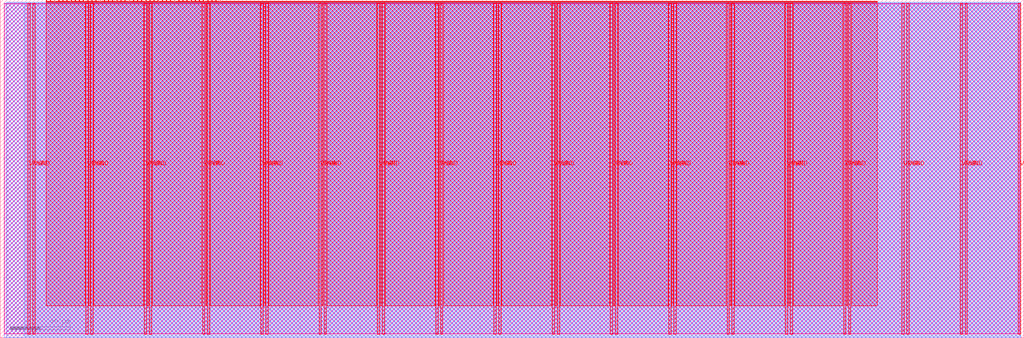
<source format=lef>
VERSION 5.7 ;
  NOWIREEXTENSIONATPIN ON ;
  DIVIDERCHAR "/" ;
  BUSBITCHARS "[]" ;
MACRO tt_um_rejunity_ym2413_ika_opll
  CLASS BLOCK ;
  FOREIGN tt_um_rejunity_ym2413_ika_opll ;
  ORIGIN 0.000 0.000 ;
  SIZE 682.640 BY 225.760 ;
  PIN VGND
    DIRECTION INOUT ;
    USE GROUND ;
    PORT
      LAYER met4 ;
        RECT 21.580 2.480 23.180 223.280 ;
    END
    PORT
      LAYER met4 ;
        RECT 60.450 2.480 62.050 223.280 ;
    END
    PORT
      LAYER met4 ;
        RECT 99.320 2.480 100.920 223.280 ;
    END
    PORT
      LAYER met4 ;
        RECT 138.190 2.480 139.790 223.280 ;
    END
    PORT
      LAYER met4 ;
        RECT 177.060 2.480 178.660 223.280 ;
    END
    PORT
      LAYER met4 ;
        RECT 215.930 2.480 217.530 223.280 ;
    END
    PORT
      LAYER met4 ;
        RECT 254.800 2.480 256.400 223.280 ;
    END
    PORT
      LAYER met4 ;
        RECT 293.670 2.480 295.270 223.280 ;
    END
    PORT
      LAYER met4 ;
        RECT 332.540 2.480 334.140 223.280 ;
    END
    PORT
      LAYER met4 ;
        RECT 371.410 2.480 373.010 223.280 ;
    END
    PORT
      LAYER met4 ;
        RECT 410.280 2.480 411.880 223.280 ;
    END
    PORT
      LAYER met4 ;
        RECT 449.150 2.480 450.750 223.280 ;
    END
    PORT
      LAYER met4 ;
        RECT 488.020 2.480 489.620 223.280 ;
    END
    PORT
      LAYER met4 ;
        RECT 526.890 2.480 528.490 223.280 ;
    END
    PORT
      LAYER met4 ;
        RECT 565.760 2.480 567.360 223.280 ;
    END
    PORT
      LAYER met4 ;
        RECT 604.630 2.480 606.230 223.280 ;
    END
    PORT
      LAYER met4 ;
        RECT 643.500 2.480 645.100 223.280 ;
    END
  END VGND
  PIN VPWR
    DIRECTION INOUT ;
    USE POWER ;
    PORT
      LAYER met4 ;
        RECT 18.280 2.480 19.880 223.280 ;
    END
    PORT
      LAYER met4 ;
        RECT 57.150 2.480 58.750 223.280 ;
    END
    PORT
      LAYER met4 ;
        RECT 96.020 2.480 97.620 223.280 ;
    END
    PORT
      LAYER met4 ;
        RECT 134.890 2.480 136.490 223.280 ;
    END
    PORT
      LAYER met4 ;
        RECT 173.760 2.480 175.360 223.280 ;
    END
    PORT
      LAYER met4 ;
        RECT 212.630 2.480 214.230 223.280 ;
    END
    PORT
      LAYER met4 ;
        RECT 251.500 2.480 253.100 223.280 ;
    END
    PORT
      LAYER met4 ;
        RECT 290.370 2.480 291.970 223.280 ;
    END
    PORT
      LAYER met4 ;
        RECT 329.240 2.480 330.840 223.280 ;
    END
    PORT
      LAYER met4 ;
        RECT 368.110 2.480 369.710 223.280 ;
    END
    PORT
      LAYER met4 ;
        RECT 406.980 2.480 408.580 223.280 ;
    END
    PORT
      LAYER met4 ;
        RECT 445.850 2.480 447.450 223.280 ;
    END
    PORT
      LAYER met4 ;
        RECT 484.720 2.480 486.320 223.280 ;
    END
    PORT
      LAYER met4 ;
        RECT 523.590 2.480 525.190 223.280 ;
    END
    PORT
      LAYER met4 ;
        RECT 562.460 2.480 564.060 223.280 ;
    END
    PORT
      LAYER met4 ;
        RECT 601.330 2.480 602.930 223.280 ;
    END
    PORT
      LAYER met4 ;
        RECT 640.200 2.480 641.800 223.280 ;
    END
    PORT
      LAYER met4 ;
        RECT 679.070 2.480 680.670 223.280 ;
    END
  END VPWR
  PIN clk
    DIRECTION INPUT ;
    USE SIGNAL ;
    ANTENNAGATEAREA 0.852000 ;
    PORT
      LAYER met4 ;
        RECT 143.830 224.760 144.130 225.760 ;
    END
  END clk
  PIN ena
    DIRECTION INPUT ;
    USE SIGNAL ;
    PORT
      LAYER met4 ;
        RECT 146.590 224.760 146.890 225.760 ;
    END
  END ena
  PIN rst_n
    DIRECTION INPUT ;
    USE SIGNAL ;
    ANTENNAGATEAREA 0.213000 ;
    PORT
      LAYER met4 ;
        RECT 141.070 224.760 141.370 225.760 ;
    END
  END rst_n
  PIN ui_in[0]
    DIRECTION INPUT ;
    USE SIGNAL ;
    ANTENNAGATEAREA 0.196500 ;
    PORT
      LAYER met4 ;
        RECT 138.310 224.760 138.610 225.760 ;
    END
  END ui_in[0]
  PIN ui_in[1]
    DIRECTION INPUT ;
    USE SIGNAL ;
    ANTENNAGATEAREA 0.196500 ;
    PORT
      LAYER met4 ;
        RECT 135.550 224.760 135.850 225.760 ;
    END
  END ui_in[1]
  PIN ui_in[2]
    DIRECTION INPUT ;
    USE SIGNAL ;
    ANTENNAGATEAREA 0.196500 ;
    PORT
      LAYER met4 ;
        RECT 132.790 224.760 133.090 225.760 ;
    END
  END ui_in[2]
  PIN ui_in[3]
    DIRECTION INPUT ;
    USE SIGNAL ;
    ANTENNAGATEAREA 0.196500 ;
    PORT
      LAYER met4 ;
        RECT 130.030 224.760 130.330 225.760 ;
    END
  END ui_in[3]
  PIN ui_in[4]
    DIRECTION INPUT ;
    USE SIGNAL ;
    ANTENNAGATEAREA 0.196500 ;
    PORT
      LAYER met4 ;
        RECT 127.270 224.760 127.570 225.760 ;
    END
  END ui_in[4]
  PIN ui_in[5]
    DIRECTION INPUT ;
    USE SIGNAL ;
    ANTENNAGATEAREA 0.196500 ;
    PORT
      LAYER met4 ;
        RECT 124.510 224.760 124.810 225.760 ;
    END
  END ui_in[5]
  PIN ui_in[6]
    DIRECTION INPUT ;
    USE SIGNAL ;
    ANTENNAGATEAREA 0.196500 ;
    PORT
      LAYER met4 ;
        RECT 121.750 224.760 122.050 225.760 ;
    END
  END ui_in[6]
  PIN ui_in[7]
    DIRECTION INPUT ;
    USE SIGNAL ;
    ANTENNAGATEAREA 0.196500 ;
    PORT
      LAYER met4 ;
        RECT 118.990 224.760 119.290 225.760 ;
    END
  END ui_in[7]
  PIN uio_in[0]
    DIRECTION INPUT ;
    USE SIGNAL ;
    ANTENNAGATEAREA 0.213000 ;
    PORT
      LAYER met4 ;
        RECT 116.230 224.760 116.530 225.760 ;
    END
  END uio_in[0]
  PIN uio_in[1]
    DIRECTION INPUT ;
    USE SIGNAL ;
    ANTENNAGATEAREA 0.196500 ;
    PORT
      LAYER met4 ;
        RECT 113.470 224.760 113.770 225.760 ;
    END
  END uio_in[1]
  PIN uio_in[2]
    DIRECTION INPUT ;
    USE SIGNAL ;
    ANTENNAGATEAREA 0.196500 ;
    PORT
      LAYER met4 ;
        RECT 110.710 224.760 111.010 225.760 ;
    END
  END uio_in[2]
  PIN uio_in[3]
    DIRECTION INPUT ;
    USE SIGNAL ;
    PORT
      LAYER met4 ;
        RECT 107.950 224.760 108.250 225.760 ;
    END
  END uio_in[3]
  PIN uio_in[4]
    DIRECTION INPUT ;
    USE SIGNAL ;
    PORT
      LAYER met4 ;
        RECT 105.190 224.760 105.490 225.760 ;
    END
  END uio_in[4]
  PIN uio_in[5]
    DIRECTION INPUT ;
    USE SIGNAL ;
    PORT
      LAYER met4 ;
        RECT 102.430 224.760 102.730 225.760 ;
    END
  END uio_in[5]
  PIN uio_in[6]
    DIRECTION INPUT ;
    USE SIGNAL ;
    PORT
      LAYER met4 ;
        RECT 99.670 224.760 99.970 225.760 ;
    END
  END uio_in[6]
  PIN uio_in[7]
    DIRECTION INPUT ;
    USE SIGNAL ;
    PORT
      LAYER met4 ;
        RECT 96.910 224.760 97.210 225.760 ;
    END
  END uio_in[7]
  PIN uio_oe[0]
    DIRECTION OUTPUT ;
    USE SIGNAL ;
    PORT
      LAYER met4 ;
        RECT 49.990 224.760 50.290 225.760 ;
    END
  END uio_oe[0]
  PIN uio_oe[1]
    DIRECTION OUTPUT ;
    USE SIGNAL ;
    PORT
      LAYER met4 ;
        RECT 47.230 224.760 47.530 225.760 ;
    END
  END uio_oe[1]
  PIN uio_oe[2]
    DIRECTION OUTPUT ;
    USE SIGNAL ;
    PORT
      LAYER met4 ;
        RECT 44.470 224.760 44.770 225.760 ;
    END
  END uio_oe[2]
  PIN uio_oe[3]
    DIRECTION OUTPUT ;
    USE SIGNAL ;
    PORT
      LAYER met4 ;
        RECT 41.710 224.760 42.010 225.760 ;
    END
  END uio_oe[3]
  PIN uio_oe[4]
    DIRECTION OUTPUT ;
    USE SIGNAL ;
    PORT
      LAYER met4 ;
        RECT 38.950 224.760 39.250 225.760 ;
    END
  END uio_oe[4]
  PIN uio_oe[5]
    DIRECTION OUTPUT ;
    USE SIGNAL ;
    PORT
      LAYER met4 ;
        RECT 36.190 224.760 36.490 225.760 ;
    END
  END uio_oe[5]
  PIN uio_oe[6]
    DIRECTION OUTPUT ;
    USE SIGNAL ;
    PORT
      LAYER met4 ;
        RECT 33.430 224.760 33.730 225.760 ;
    END
  END uio_oe[6]
  PIN uio_oe[7]
    DIRECTION OUTPUT ;
    USE SIGNAL ;
    PORT
      LAYER met4 ;
        RECT 30.670 224.760 30.970 225.760 ;
    END
  END uio_oe[7]
  PIN uio_out[0]
    DIRECTION OUTPUT ;
    USE SIGNAL ;
    PORT
      LAYER met4 ;
        RECT 72.070 224.760 72.370 225.760 ;
    END
  END uio_out[0]
  PIN uio_out[1]
    DIRECTION OUTPUT ;
    USE SIGNAL ;
    PORT
      LAYER met4 ;
        RECT 69.310 224.760 69.610 225.760 ;
    END
  END uio_out[1]
  PIN uio_out[2]
    DIRECTION OUTPUT ;
    USE SIGNAL ;
    PORT
      LAYER met4 ;
        RECT 66.550 224.760 66.850 225.760 ;
    END
  END uio_out[2]
  PIN uio_out[3]
    DIRECTION OUTPUT ;
    USE SIGNAL ;
    PORT
      LAYER met4 ;
        RECT 63.790 224.760 64.090 225.760 ;
    END
  END uio_out[3]
  PIN uio_out[4]
    DIRECTION OUTPUT ;
    USE SIGNAL ;
    PORT
      LAYER met4 ;
        RECT 61.030 224.760 61.330 225.760 ;
    END
  END uio_out[4]
  PIN uio_out[5]
    DIRECTION OUTPUT ;
    USE SIGNAL ;
    PORT
      LAYER met4 ;
        RECT 58.270 224.760 58.570 225.760 ;
    END
  END uio_out[5]
  PIN uio_out[6]
    DIRECTION OUTPUT ;
    USE SIGNAL ;
    PORT
      LAYER met4 ;
        RECT 55.510 224.760 55.810 225.760 ;
    END
  END uio_out[6]
  PIN uio_out[7]
    DIRECTION OUTPUT ;
    USE SIGNAL ;
    ANTENNADIFFAREA 0.445500 ;
    PORT
      LAYER met4 ;
        RECT 52.750 224.760 53.050 225.760 ;
    END
  END uio_out[7]
  PIN uo_out[0]
    DIRECTION OUTPUT ;
    USE SIGNAL ;
    ANTENNAGATEAREA 0.373500 ;
    ANTENNADIFFAREA 1.524450 ;
    PORT
      LAYER met4 ;
        RECT 94.150 224.760 94.450 225.760 ;
    END
  END uo_out[0]
  PIN uo_out[1]
    DIRECTION OUTPUT ;
    USE SIGNAL ;
    ANTENNAGATEAREA 0.373500 ;
    ANTENNADIFFAREA 1.524450 ;
    PORT
      LAYER met4 ;
        RECT 91.390 224.760 91.690 225.760 ;
    END
  END uo_out[1]
  PIN uo_out[2]
    DIRECTION OUTPUT ;
    USE SIGNAL ;
    ANTENNAGATEAREA 0.373500 ;
    ANTENNADIFFAREA 1.524450 ;
    PORT
      LAYER met4 ;
        RECT 88.630 224.760 88.930 225.760 ;
    END
  END uo_out[2]
  PIN uo_out[3]
    DIRECTION OUTPUT ;
    USE SIGNAL ;
    ANTENNAGATEAREA 0.373500 ;
    ANTENNADIFFAREA 1.524450 ;
    PORT
      LAYER met4 ;
        RECT 85.870 224.760 86.170 225.760 ;
    END
  END uo_out[3]
  PIN uo_out[4]
    DIRECTION OUTPUT ;
    USE SIGNAL ;
    ANTENNAGATEAREA 0.373500 ;
    ANTENNADIFFAREA 1.524450 ;
    PORT
      LAYER met4 ;
        RECT 83.110 224.760 83.410 225.760 ;
    END
  END uo_out[4]
  PIN uo_out[5]
    DIRECTION OUTPUT ;
    USE SIGNAL ;
    ANTENNAGATEAREA 0.373500 ;
    ANTENNADIFFAREA 1.524450 ;
    PORT
      LAYER met4 ;
        RECT 80.350 224.760 80.650 225.760 ;
    END
  END uo_out[5]
  PIN uo_out[6]
    DIRECTION OUTPUT ;
    USE SIGNAL ;
    ANTENNAGATEAREA 0.742500 ;
    ANTENNADIFFAREA 1.524450 ;
    PORT
      LAYER met4 ;
        RECT 77.590 224.760 77.890 225.760 ;
    END
  END uo_out[6]
  PIN uo_out[7]
    DIRECTION OUTPUT ;
    USE SIGNAL ;
    ANTENNAGATEAREA 0.373500 ;
    ANTENNADIFFAREA 0.445500 ;
    PORT
      LAYER met4 ;
        RECT 74.830 224.760 75.130 225.760 ;
    END
  END uo_out[7]
  OBS
      LAYER nwell ;
        RECT 2.570 2.635 680.070 223.230 ;
      LAYER li1 ;
        RECT 2.760 2.635 679.880 223.125 ;
      LAYER met1 ;
        RECT 2.760 0.040 680.670 223.280 ;
      LAYER met2 ;
        RECT 4.240 0.010 680.640 224.245 ;
      LAYER met3 ;
        RECT 16.165 0.855 680.660 224.225 ;
      LAYER met4 ;
        RECT 31.370 224.360 33.030 224.760 ;
        RECT 34.130 224.360 35.790 224.760 ;
        RECT 36.890 224.360 38.550 224.760 ;
        RECT 39.650 224.360 41.310 224.760 ;
        RECT 42.410 224.360 44.070 224.760 ;
        RECT 45.170 224.360 46.830 224.760 ;
        RECT 47.930 224.360 49.590 224.760 ;
        RECT 50.690 224.360 52.350 224.760 ;
        RECT 53.450 224.360 55.110 224.760 ;
        RECT 56.210 224.360 57.870 224.760 ;
        RECT 58.970 224.360 60.630 224.760 ;
        RECT 61.730 224.360 63.390 224.760 ;
        RECT 64.490 224.360 66.150 224.760 ;
        RECT 67.250 224.360 68.910 224.760 ;
        RECT 70.010 224.360 71.670 224.760 ;
        RECT 72.770 224.360 74.430 224.760 ;
        RECT 75.530 224.360 77.190 224.760 ;
        RECT 78.290 224.360 79.950 224.760 ;
        RECT 81.050 224.360 82.710 224.760 ;
        RECT 83.810 224.360 85.470 224.760 ;
        RECT 86.570 224.360 88.230 224.760 ;
        RECT 89.330 224.360 90.990 224.760 ;
        RECT 92.090 224.360 93.750 224.760 ;
        RECT 94.850 224.360 96.510 224.760 ;
        RECT 97.610 224.360 99.270 224.760 ;
        RECT 100.370 224.360 102.030 224.760 ;
        RECT 103.130 224.360 104.790 224.760 ;
        RECT 105.890 224.360 107.550 224.760 ;
        RECT 108.650 224.360 110.310 224.760 ;
        RECT 111.410 224.360 113.070 224.760 ;
        RECT 114.170 224.360 115.830 224.760 ;
        RECT 116.930 224.360 118.590 224.760 ;
        RECT 119.690 224.360 121.350 224.760 ;
        RECT 122.450 224.360 124.110 224.760 ;
        RECT 125.210 224.360 126.870 224.760 ;
        RECT 127.970 224.360 129.630 224.760 ;
        RECT 130.730 224.360 132.390 224.760 ;
        RECT 133.490 224.360 135.150 224.760 ;
        RECT 136.250 224.360 137.910 224.760 ;
        RECT 139.010 224.360 140.670 224.760 ;
        RECT 141.770 224.360 143.430 224.760 ;
        RECT 144.530 224.360 146.190 224.760 ;
        RECT 147.290 224.360 584.825 224.760 ;
        RECT 30.655 223.680 584.825 224.360 ;
        RECT 30.655 21.255 56.750 223.680 ;
        RECT 59.150 21.255 60.050 223.680 ;
        RECT 62.450 21.255 95.620 223.680 ;
        RECT 98.020 21.255 98.920 223.680 ;
        RECT 101.320 21.255 134.490 223.680 ;
        RECT 136.890 21.255 137.790 223.680 ;
        RECT 140.190 21.255 173.360 223.680 ;
        RECT 175.760 21.255 176.660 223.680 ;
        RECT 179.060 21.255 212.230 223.680 ;
        RECT 214.630 21.255 215.530 223.680 ;
        RECT 217.930 21.255 251.100 223.680 ;
        RECT 253.500 21.255 254.400 223.680 ;
        RECT 256.800 21.255 289.970 223.680 ;
        RECT 292.370 21.255 293.270 223.680 ;
        RECT 295.670 21.255 328.840 223.680 ;
        RECT 331.240 21.255 332.140 223.680 ;
        RECT 334.540 21.255 367.710 223.680 ;
        RECT 370.110 21.255 371.010 223.680 ;
        RECT 373.410 21.255 406.580 223.680 ;
        RECT 408.980 21.255 409.880 223.680 ;
        RECT 412.280 21.255 445.450 223.680 ;
        RECT 447.850 21.255 448.750 223.680 ;
        RECT 451.150 21.255 484.320 223.680 ;
        RECT 486.720 21.255 487.620 223.680 ;
        RECT 490.020 21.255 523.190 223.680 ;
        RECT 525.590 21.255 526.490 223.680 ;
        RECT 528.890 21.255 562.060 223.680 ;
        RECT 564.460 21.255 565.360 223.680 ;
        RECT 567.760 21.255 584.825 223.680 ;
  END
END tt_um_rejunity_ym2413_ika_opll
END LIBRARY


</source>
